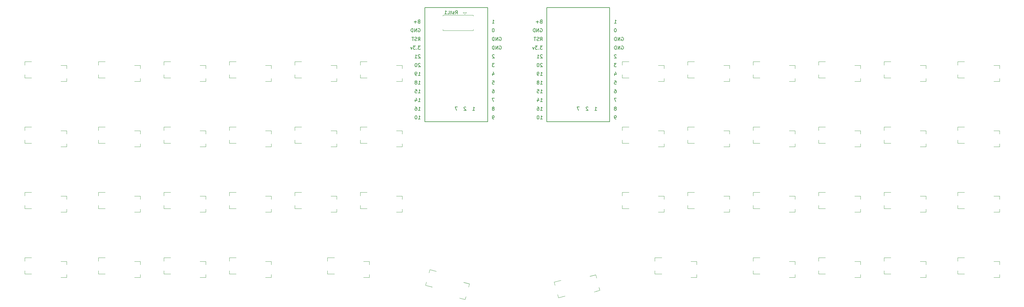
<source format=gbr>
%TF.GenerationSoftware,KiCad,Pcbnew,9.0.2+1*%
%TF.CreationDate,2025-09-15T00:12:34+02:00*%
%TF.ProjectId,first,66697273-742e-46b6-9963-61645f706362,rev?*%
%TF.SameCoordinates,Original*%
%TF.FileFunction,Legend,Bot*%
%TF.FilePolarity,Positive*%
%FSLAX46Y46*%
G04 Gerber Fmt 4.6, Leading zero omitted, Abs format (unit mm)*
G04 Created by KiCad (PCBNEW 9.0.2+1) date 2025-09-15 00:12:34*
%MOMM*%
%LPD*%
G01*
G04 APERTURE LIST*
%ADD10C,0.200000*%
%ADD11C,0.150000*%
%ADD12C,0.120000*%
G04 APERTURE END LIST*
D10*
X141933035Y131167780D02*
X142504463Y131167780D01*
X142218749Y131167780D02*
X142218749Y132167780D01*
X142218749Y132167780D02*
X142313987Y132024923D01*
X142313987Y132024923D02*
X142409225Y131929685D01*
X142409225Y131929685D02*
X142504463Y131882066D01*
X148096994Y128627780D02*
X147906518Y128627780D01*
X147906518Y128627780D02*
X147811280Y128675400D01*
X147811280Y128675400D02*
X147763661Y128723019D01*
X147763661Y128723019D02*
X147668423Y128865876D01*
X147668423Y128865876D02*
X147620804Y129056352D01*
X147620804Y129056352D02*
X147620804Y129437304D01*
X147620804Y129437304D02*
X147668423Y129532542D01*
X147668423Y129532542D02*
X147716042Y129580161D01*
X147716042Y129580161D02*
X147811280Y129627780D01*
X147811280Y129627780D02*
X148001756Y129627780D01*
X148001756Y129627780D02*
X148096994Y129580161D01*
X148096994Y129580161D02*
X148144613Y129532542D01*
X148144613Y129532542D02*
X148192232Y129437304D01*
X148192232Y129437304D02*
X148192232Y129199209D01*
X148192232Y129199209D02*
X148144613Y129103971D01*
X148144613Y129103971D02*
X148096994Y129056352D01*
X148096994Y129056352D02*
X148001756Y129008733D01*
X148001756Y129008733D02*
X147811280Y129008733D01*
X147811280Y129008733D02*
X147716042Y129056352D01*
X147716042Y129056352D02*
X147668423Y129103971D01*
X147668423Y129103971D02*
X147620804Y129199209D01*
X126085267Y138787780D02*
X126656695Y138787780D01*
X126370981Y138787780D02*
X126370981Y139787780D01*
X126370981Y139787780D02*
X126466219Y139644923D01*
X126466219Y139644923D02*
X126561457Y139549685D01*
X126561457Y139549685D02*
X126656695Y139502066D01*
X125513838Y139359209D02*
X125609076Y139406828D01*
X125609076Y139406828D02*
X125656695Y139454447D01*
X125656695Y139454447D02*
X125704314Y139549685D01*
X125704314Y139549685D02*
X125704314Y139597304D01*
X125704314Y139597304D02*
X125656695Y139692542D01*
X125656695Y139692542D02*
X125609076Y139740161D01*
X125609076Y139740161D02*
X125513838Y139787780D01*
X125513838Y139787780D02*
X125323362Y139787780D01*
X125323362Y139787780D02*
X125228124Y139740161D01*
X125228124Y139740161D02*
X125180505Y139692542D01*
X125180505Y139692542D02*
X125132886Y139597304D01*
X125132886Y139597304D02*
X125132886Y139549685D01*
X125132886Y139549685D02*
X125180505Y139454447D01*
X125180505Y139454447D02*
X125228124Y139406828D01*
X125228124Y139406828D02*
X125323362Y139359209D01*
X125323362Y139359209D02*
X125513838Y139359209D01*
X125513838Y139359209D02*
X125609076Y139311590D01*
X125609076Y139311590D02*
X125656695Y139263971D01*
X125656695Y139263971D02*
X125704314Y139168733D01*
X125704314Y139168733D02*
X125704314Y138978257D01*
X125704314Y138978257D02*
X125656695Y138883019D01*
X125656695Y138883019D02*
X125609076Y138835400D01*
X125609076Y138835400D02*
X125513838Y138787780D01*
X125513838Y138787780D02*
X125323362Y138787780D01*
X125323362Y138787780D02*
X125228124Y138835400D01*
X125228124Y138835400D02*
X125180505Y138883019D01*
X125180505Y138883019D02*
X125132886Y138978257D01*
X125132886Y138978257D02*
X125132886Y139168733D01*
X125132886Y139168733D02*
X125180505Y139263971D01*
X125180505Y139263971D02*
X125228124Y139311590D01*
X125228124Y139311590D02*
X125323362Y139359209D01*
X148239851Y134707780D02*
X147573185Y134707780D01*
X147573185Y134707780D02*
X148001756Y133707780D01*
X147668423Y139787780D02*
X148144613Y139787780D01*
X148144613Y139787780D02*
X148192232Y139311590D01*
X148192232Y139311590D02*
X148144613Y139359209D01*
X148144613Y139359209D02*
X148049375Y139406828D01*
X148049375Y139406828D02*
X147811280Y139406828D01*
X147811280Y139406828D02*
X147716042Y139359209D01*
X147716042Y139359209D02*
X147668423Y139311590D01*
X147668423Y139311590D02*
X147620804Y139216352D01*
X147620804Y139216352D02*
X147620804Y138978257D01*
X147620804Y138978257D02*
X147668423Y138883019D01*
X147668423Y138883019D02*
X147716042Y138835400D01*
X147716042Y138835400D02*
X147811280Y138787780D01*
X147811280Y138787780D02*
X148049375Y138787780D01*
X148049375Y138787780D02*
X148144613Y138835400D01*
X148144613Y138835400D02*
X148192232Y138883019D01*
X148192232Y147312542D02*
X148144613Y147360161D01*
X148144613Y147360161D02*
X148049375Y147407780D01*
X148049375Y147407780D02*
X147811280Y147407780D01*
X147811280Y147407780D02*
X147716042Y147360161D01*
X147716042Y147360161D02*
X147668423Y147312542D01*
X147668423Y147312542D02*
X147620804Y147217304D01*
X147620804Y147217304D02*
X147620804Y147122066D01*
X147620804Y147122066D02*
X147668423Y146979209D01*
X147668423Y146979209D02*
X148239851Y146407780D01*
X148239851Y146407780D02*
X147620804Y146407780D01*
X149716042Y149900161D02*
X149811280Y149947780D01*
X149811280Y149947780D02*
X149954137Y149947780D01*
X149954137Y149947780D02*
X150096994Y149900161D01*
X150096994Y149900161D02*
X150192232Y149804923D01*
X150192232Y149804923D02*
X150239851Y149709685D01*
X150239851Y149709685D02*
X150287470Y149519209D01*
X150287470Y149519209D02*
X150287470Y149376352D01*
X150287470Y149376352D02*
X150239851Y149185876D01*
X150239851Y149185876D02*
X150192232Y149090638D01*
X150192232Y149090638D02*
X150096994Y148995400D01*
X150096994Y148995400D02*
X149954137Y148947780D01*
X149954137Y148947780D02*
X149858899Y148947780D01*
X149858899Y148947780D02*
X149716042Y148995400D01*
X149716042Y148995400D02*
X149668423Y149043019D01*
X149668423Y149043019D02*
X149668423Y149376352D01*
X149668423Y149376352D02*
X149858899Y149376352D01*
X149239851Y148947780D02*
X149239851Y149947780D01*
X149239851Y149947780D02*
X148668423Y148947780D01*
X148668423Y148947780D02*
X148668423Y149947780D01*
X148192232Y148947780D02*
X148192232Y149947780D01*
X148192232Y149947780D02*
X147954137Y149947780D01*
X147954137Y149947780D02*
X147811280Y149900161D01*
X147811280Y149900161D02*
X147716042Y149804923D01*
X147716042Y149804923D02*
X147668423Y149709685D01*
X147668423Y149709685D02*
X147620804Y149519209D01*
X147620804Y149519209D02*
X147620804Y149376352D01*
X147620804Y149376352D02*
X147668423Y149185876D01*
X147668423Y149185876D02*
X147716042Y149090638D01*
X147716042Y149090638D02*
X147811280Y148995400D01*
X147811280Y148995400D02*
X147954137Y148947780D01*
X147954137Y148947780D02*
X148192232Y148947780D01*
X137472082Y132167782D02*
X136805416Y132167782D01*
X136805416Y132167782D02*
X137233987Y131167782D01*
X126275743Y157091590D02*
X126132886Y157043971D01*
X126132886Y157043971D02*
X126085267Y156996352D01*
X126085267Y156996352D02*
X126037648Y156901114D01*
X126037648Y156901114D02*
X126037648Y156758257D01*
X126037648Y156758257D02*
X126085267Y156663019D01*
X126085267Y156663019D02*
X126132886Y156615400D01*
X126132886Y156615400D02*
X126228124Y156567780D01*
X126228124Y156567780D02*
X126609076Y156567780D01*
X126609076Y156567780D02*
X126609076Y157567780D01*
X126609076Y157567780D02*
X126275743Y157567780D01*
X126275743Y157567780D02*
X126180505Y157520161D01*
X126180505Y157520161D02*
X126132886Y157472542D01*
X126132886Y157472542D02*
X126085267Y157377304D01*
X126085267Y157377304D02*
X126085267Y157282066D01*
X126085267Y157282066D02*
X126132886Y157186828D01*
X126132886Y157186828D02*
X126180505Y157139209D01*
X126180505Y157139209D02*
X126275743Y157091590D01*
X126275743Y157091590D02*
X126609076Y157091590D01*
X125609076Y156948733D02*
X124847172Y156948733D01*
X125228124Y156567780D02*
X125228124Y157329685D01*
X126704314Y149947780D02*
X126085267Y149947780D01*
X126085267Y149947780D02*
X126418600Y149566828D01*
X126418600Y149566828D02*
X126275743Y149566828D01*
X126275743Y149566828D02*
X126180505Y149519209D01*
X126180505Y149519209D02*
X126132886Y149471590D01*
X126132886Y149471590D02*
X126085267Y149376352D01*
X126085267Y149376352D02*
X126085267Y149138257D01*
X126085267Y149138257D02*
X126132886Y149043019D01*
X126132886Y149043019D02*
X126180505Y148995400D01*
X126180505Y148995400D02*
X126275743Y148947780D01*
X126275743Y148947780D02*
X126561457Y148947780D01*
X126561457Y148947780D02*
X126656695Y148995400D01*
X126656695Y148995400D02*
X126704314Y149043019D01*
X125656695Y149043019D02*
X125609076Y148995400D01*
X125609076Y148995400D02*
X125656695Y148947780D01*
X125656695Y148947780D02*
X125704314Y148995400D01*
X125704314Y148995400D02*
X125656695Y149043019D01*
X125656695Y149043019D02*
X125656695Y148947780D01*
X125275743Y149947780D02*
X124656696Y149947780D01*
X124656696Y149947780D02*
X124990029Y149566828D01*
X124990029Y149566828D02*
X124847172Y149566828D01*
X124847172Y149566828D02*
X124751934Y149519209D01*
X124751934Y149519209D02*
X124704315Y149471590D01*
X124704315Y149471590D02*
X124656696Y149376352D01*
X124656696Y149376352D02*
X124656696Y149138257D01*
X124656696Y149138257D02*
X124704315Y149043019D01*
X124704315Y149043019D02*
X124751934Y148995400D01*
X124751934Y148995400D02*
X124847172Y148947780D01*
X124847172Y148947780D02*
X125132886Y148947780D01*
X125132886Y148947780D02*
X125228124Y148995400D01*
X125228124Y148995400D02*
X125275743Y149043019D01*
X124323362Y149614447D02*
X124085267Y148947780D01*
X124085267Y148947780D02*
X123847172Y149614447D01*
X147716042Y141994447D02*
X147716042Y141327780D01*
X147954137Y142375400D02*
X148192232Y141661114D01*
X148192232Y141661114D02*
X147573185Y141661114D01*
X149716042Y152440161D02*
X149811280Y152487780D01*
X149811280Y152487780D02*
X149954137Y152487780D01*
X149954137Y152487780D02*
X150096994Y152440161D01*
X150096994Y152440161D02*
X150192232Y152344923D01*
X150192232Y152344923D02*
X150239851Y152249685D01*
X150239851Y152249685D02*
X150287470Y152059209D01*
X150287470Y152059209D02*
X150287470Y151916352D01*
X150287470Y151916352D02*
X150239851Y151725876D01*
X150239851Y151725876D02*
X150192232Y151630638D01*
X150192232Y151630638D02*
X150096994Y151535400D01*
X150096994Y151535400D02*
X149954137Y151487780D01*
X149954137Y151487780D02*
X149858899Y151487780D01*
X149858899Y151487780D02*
X149716042Y151535400D01*
X149716042Y151535400D02*
X149668423Y151583019D01*
X149668423Y151583019D02*
X149668423Y151916352D01*
X149668423Y151916352D02*
X149858899Y151916352D01*
X149239851Y151487780D02*
X149239851Y152487780D01*
X149239851Y152487780D02*
X148668423Y151487780D01*
X148668423Y151487780D02*
X148668423Y152487780D01*
X148192232Y151487780D02*
X148192232Y152487780D01*
X148192232Y152487780D02*
X147954137Y152487780D01*
X147954137Y152487780D02*
X147811280Y152440161D01*
X147811280Y152440161D02*
X147716042Y152344923D01*
X147716042Y152344923D02*
X147668423Y152249685D01*
X147668423Y152249685D02*
X147620804Y152059209D01*
X147620804Y152059209D02*
X147620804Y151916352D01*
X147620804Y151916352D02*
X147668423Y151725876D01*
X147668423Y151725876D02*
X147716042Y151630638D01*
X147716042Y151630638D02*
X147811280Y151535400D01*
X147811280Y151535400D02*
X147954137Y151487780D01*
X147954137Y151487780D02*
X148192232Y151487780D01*
X126037648Y151487780D02*
X126370981Y151963971D01*
X126609076Y151487780D02*
X126609076Y152487780D01*
X126609076Y152487780D02*
X126228124Y152487780D01*
X126228124Y152487780D02*
X126132886Y152440161D01*
X126132886Y152440161D02*
X126085267Y152392542D01*
X126085267Y152392542D02*
X126037648Y152297304D01*
X126037648Y152297304D02*
X126037648Y152154447D01*
X126037648Y152154447D02*
X126085267Y152059209D01*
X126085267Y152059209D02*
X126132886Y152011590D01*
X126132886Y152011590D02*
X126228124Y151963971D01*
X126228124Y151963971D02*
X126609076Y151963971D01*
X125656695Y151535400D02*
X125513838Y151487780D01*
X125513838Y151487780D02*
X125275743Y151487780D01*
X125275743Y151487780D02*
X125180505Y151535400D01*
X125180505Y151535400D02*
X125132886Y151583019D01*
X125132886Y151583019D02*
X125085267Y151678257D01*
X125085267Y151678257D02*
X125085267Y151773495D01*
X125085267Y151773495D02*
X125132886Y151868733D01*
X125132886Y151868733D02*
X125180505Y151916352D01*
X125180505Y151916352D02*
X125275743Y151963971D01*
X125275743Y151963971D02*
X125466219Y152011590D01*
X125466219Y152011590D02*
X125561457Y152059209D01*
X125561457Y152059209D02*
X125609076Y152106828D01*
X125609076Y152106828D02*
X125656695Y152202066D01*
X125656695Y152202066D02*
X125656695Y152297304D01*
X125656695Y152297304D02*
X125609076Y152392542D01*
X125609076Y152392542D02*
X125561457Y152440161D01*
X125561457Y152440161D02*
X125466219Y152487780D01*
X125466219Y152487780D02*
X125228124Y152487780D01*
X125228124Y152487780D02*
X125085267Y152440161D01*
X124799552Y152487780D02*
X124228124Y152487780D01*
X124513838Y151487780D02*
X124513838Y152487780D01*
X148239851Y144867780D02*
X147620804Y144867780D01*
X147620804Y144867780D02*
X147954137Y144486828D01*
X147954137Y144486828D02*
X147811280Y144486828D01*
X147811280Y144486828D02*
X147716042Y144439209D01*
X147716042Y144439209D02*
X147668423Y144391590D01*
X147668423Y144391590D02*
X147620804Y144296352D01*
X147620804Y144296352D02*
X147620804Y144058257D01*
X147620804Y144058257D02*
X147668423Y143963019D01*
X147668423Y143963019D02*
X147716042Y143915400D01*
X147716042Y143915400D02*
X147811280Y143867780D01*
X147811280Y143867780D02*
X148096994Y143867780D01*
X148096994Y143867780D02*
X148192232Y143915400D01*
X148192232Y143915400D02*
X148239851Y143963019D01*
X126085267Y128627780D02*
X126656695Y128627780D01*
X126370981Y128627780D02*
X126370981Y129627780D01*
X126370981Y129627780D02*
X126466219Y129484923D01*
X126466219Y129484923D02*
X126561457Y129389685D01*
X126561457Y129389685D02*
X126656695Y129342066D01*
X125466219Y129627780D02*
X125370981Y129627780D01*
X125370981Y129627780D02*
X125275743Y129580161D01*
X125275743Y129580161D02*
X125228124Y129532542D01*
X125228124Y129532542D02*
X125180505Y129437304D01*
X125180505Y129437304D02*
X125132886Y129246828D01*
X125132886Y129246828D02*
X125132886Y129008733D01*
X125132886Y129008733D02*
X125180505Y128818257D01*
X125180505Y128818257D02*
X125228124Y128723019D01*
X125228124Y128723019D02*
X125275743Y128675400D01*
X125275743Y128675400D02*
X125370981Y128627780D01*
X125370981Y128627780D02*
X125466219Y128627780D01*
X125466219Y128627780D02*
X125561457Y128675400D01*
X125561457Y128675400D02*
X125609076Y128723019D01*
X125609076Y128723019D02*
X125656695Y128818257D01*
X125656695Y128818257D02*
X125704314Y129008733D01*
X125704314Y129008733D02*
X125704314Y129246828D01*
X125704314Y129246828D02*
X125656695Y129437304D01*
X125656695Y129437304D02*
X125609076Y129532542D01*
X125609076Y129532542D02*
X125561457Y129580161D01*
X125561457Y129580161D02*
X125466219Y129627780D01*
X126085267Y133707780D02*
X126656695Y133707780D01*
X126370981Y133707780D02*
X126370981Y134707780D01*
X126370981Y134707780D02*
X126466219Y134564923D01*
X126466219Y134564923D02*
X126561457Y134469685D01*
X126561457Y134469685D02*
X126656695Y134422066D01*
X125228124Y134374447D02*
X125228124Y133707780D01*
X125466219Y134755400D02*
X125704314Y134041114D01*
X125704314Y134041114D02*
X125085267Y134041114D01*
X147954137Y155027780D02*
X147858899Y155027780D01*
X147858899Y155027780D02*
X147763661Y154980161D01*
X147763661Y154980161D02*
X147716042Y154932542D01*
X147716042Y154932542D02*
X147668423Y154837304D01*
X147668423Y154837304D02*
X147620804Y154646828D01*
X147620804Y154646828D02*
X147620804Y154408733D01*
X147620804Y154408733D02*
X147668423Y154218257D01*
X147668423Y154218257D02*
X147716042Y154123019D01*
X147716042Y154123019D02*
X147763661Y154075400D01*
X147763661Y154075400D02*
X147858899Y154027780D01*
X147858899Y154027780D02*
X147954137Y154027780D01*
X147954137Y154027780D02*
X148049375Y154075400D01*
X148049375Y154075400D02*
X148096994Y154123019D01*
X148096994Y154123019D02*
X148144613Y154218257D01*
X148144613Y154218257D02*
X148192232Y154408733D01*
X148192232Y154408733D02*
X148192232Y154646828D01*
X148192232Y154646828D02*
X148144613Y154837304D01*
X148144613Y154837304D02*
X148096994Y154932542D01*
X148096994Y154932542D02*
X148049375Y154980161D01*
X148049375Y154980161D02*
X147954137Y155027780D01*
X148001756Y131739209D02*
X148096994Y131786828D01*
X148096994Y131786828D02*
X148144613Y131834447D01*
X148144613Y131834447D02*
X148192232Y131929685D01*
X148192232Y131929685D02*
X148192232Y131977304D01*
X148192232Y131977304D02*
X148144613Y132072542D01*
X148144613Y132072542D02*
X148096994Y132120161D01*
X148096994Y132120161D02*
X148001756Y132167780D01*
X148001756Y132167780D02*
X147811280Y132167780D01*
X147811280Y132167780D02*
X147716042Y132120161D01*
X147716042Y132120161D02*
X147668423Y132072542D01*
X147668423Y132072542D02*
X147620804Y131977304D01*
X147620804Y131977304D02*
X147620804Y131929685D01*
X147620804Y131929685D02*
X147668423Y131834447D01*
X147668423Y131834447D02*
X147716042Y131786828D01*
X147716042Y131786828D02*
X147811280Y131739209D01*
X147811280Y131739209D02*
X148001756Y131739209D01*
X148001756Y131739209D02*
X148096994Y131691590D01*
X148096994Y131691590D02*
X148144613Y131643971D01*
X148144613Y131643971D02*
X148192232Y131548733D01*
X148192232Y131548733D02*
X148192232Y131358257D01*
X148192232Y131358257D02*
X148144613Y131263019D01*
X148144613Y131263019D02*
X148096994Y131215400D01*
X148096994Y131215400D02*
X148001756Y131167780D01*
X148001756Y131167780D02*
X147811280Y131167780D01*
X147811280Y131167780D02*
X147716042Y131215400D01*
X147716042Y131215400D02*
X147668423Y131263019D01*
X147668423Y131263019D02*
X147620804Y131358257D01*
X147620804Y131358257D02*
X147620804Y131548733D01*
X147620804Y131548733D02*
X147668423Y131643971D01*
X147668423Y131643971D02*
X147716042Y131691590D01*
X147716042Y131691590D02*
X147811280Y131739209D01*
X126085267Y154980161D02*
X126180505Y155027780D01*
X126180505Y155027780D02*
X126323362Y155027780D01*
X126323362Y155027780D02*
X126466219Y154980161D01*
X126466219Y154980161D02*
X126561457Y154884923D01*
X126561457Y154884923D02*
X126609076Y154789685D01*
X126609076Y154789685D02*
X126656695Y154599209D01*
X126656695Y154599209D02*
X126656695Y154456352D01*
X126656695Y154456352D02*
X126609076Y154265876D01*
X126609076Y154265876D02*
X126561457Y154170638D01*
X126561457Y154170638D02*
X126466219Y154075400D01*
X126466219Y154075400D02*
X126323362Y154027780D01*
X126323362Y154027780D02*
X126228124Y154027780D01*
X126228124Y154027780D02*
X126085267Y154075400D01*
X126085267Y154075400D02*
X126037648Y154123019D01*
X126037648Y154123019D02*
X126037648Y154456352D01*
X126037648Y154456352D02*
X126228124Y154456352D01*
X125609076Y154027780D02*
X125609076Y155027780D01*
X125609076Y155027780D02*
X125037648Y154027780D01*
X125037648Y154027780D02*
X125037648Y155027780D01*
X124561457Y154027780D02*
X124561457Y155027780D01*
X124561457Y155027780D02*
X124323362Y155027780D01*
X124323362Y155027780D02*
X124180505Y154980161D01*
X124180505Y154980161D02*
X124085267Y154884923D01*
X124085267Y154884923D02*
X124037648Y154789685D01*
X124037648Y154789685D02*
X123990029Y154599209D01*
X123990029Y154599209D02*
X123990029Y154456352D01*
X123990029Y154456352D02*
X124037648Y154265876D01*
X124037648Y154265876D02*
X124085267Y154170638D01*
X124085267Y154170638D02*
X124180505Y154075400D01*
X124180505Y154075400D02*
X124323362Y154027780D01*
X124323362Y154027780D02*
X124561457Y154027780D01*
X126085267Y141327780D02*
X126656695Y141327780D01*
X126370981Y141327780D02*
X126370981Y142327780D01*
X126370981Y142327780D02*
X126466219Y142184923D01*
X126466219Y142184923D02*
X126561457Y142089685D01*
X126561457Y142089685D02*
X126656695Y142042066D01*
X125609076Y141327780D02*
X125418600Y141327780D01*
X125418600Y141327780D02*
X125323362Y141375400D01*
X125323362Y141375400D02*
X125275743Y141423019D01*
X125275743Y141423019D02*
X125180505Y141565876D01*
X125180505Y141565876D02*
X125132886Y141756352D01*
X125132886Y141756352D02*
X125132886Y142137304D01*
X125132886Y142137304D02*
X125180505Y142232542D01*
X125180505Y142232542D02*
X125228124Y142280161D01*
X125228124Y142280161D02*
X125323362Y142327780D01*
X125323362Y142327780D02*
X125513838Y142327780D01*
X125513838Y142327780D02*
X125609076Y142280161D01*
X125609076Y142280161D02*
X125656695Y142232542D01*
X125656695Y142232542D02*
X125704314Y142137304D01*
X125704314Y142137304D02*
X125704314Y141899209D01*
X125704314Y141899209D02*
X125656695Y141803971D01*
X125656695Y141803971D02*
X125609076Y141756352D01*
X125609076Y141756352D02*
X125513838Y141708733D01*
X125513838Y141708733D02*
X125323362Y141708733D01*
X125323362Y141708733D02*
X125228124Y141756352D01*
X125228124Y141756352D02*
X125180505Y141803971D01*
X125180505Y141803971D02*
X125132886Y141899209D01*
X147716042Y137247780D02*
X147906518Y137247780D01*
X147906518Y137247780D02*
X148001756Y137200161D01*
X148001756Y137200161D02*
X148049375Y137152542D01*
X148049375Y137152542D02*
X148144613Y137009685D01*
X148144613Y137009685D02*
X148192232Y136819209D01*
X148192232Y136819209D02*
X148192232Y136438257D01*
X148192232Y136438257D02*
X148144613Y136343019D01*
X148144613Y136343019D02*
X148096994Y136295400D01*
X148096994Y136295400D02*
X148001756Y136247780D01*
X148001756Y136247780D02*
X147811280Y136247780D01*
X147811280Y136247780D02*
X147716042Y136295400D01*
X147716042Y136295400D02*
X147668423Y136343019D01*
X147668423Y136343019D02*
X147620804Y136438257D01*
X147620804Y136438257D02*
X147620804Y136676352D01*
X147620804Y136676352D02*
X147668423Y136771590D01*
X147668423Y136771590D02*
X147716042Y136819209D01*
X147716042Y136819209D02*
X147811280Y136866828D01*
X147811280Y136866828D02*
X148001756Y136866828D01*
X148001756Y136866828D02*
X148096994Y136819209D01*
X148096994Y136819209D02*
X148144613Y136771590D01*
X148144613Y136771590D02*
X148192232Y136676352D01*
X139964463Y132072542D02*
X139916844Y132120161D01*
X139916844Y132120161D02*
X139821606Y132167780D01*
X139821606Y132167780D02*
X139583511Y132167780D01*
X139583511Y132167780D02*
X139488273Y132120161D01*
X139488273Y132120161D02*
X139440654Y132072542D01*
X139440654Y132072542D02*
X139393035Y131977304D01*
X139393035Y131977304D02*
X139393035Y131882066D01*
X139393035Y131882066D02*
X139440654Y131739209D01*
X139440654Y131739209D02*
X140012082Y131167780D01*
X140012082Y131167780D02*
X139393035Y131167780D01*
X126656695Y147312542D02*
X126609076Y147360161D01*
X126609076Y147360161D02*
X126513838Y147407780D01*
X126513838Y147407780D02*
X126275743Y147407780D01*
X126275743Y147407780D02*
X126180505Y147360161D01*
X126180505Y147360161D02*
X126132886Y147312542D01*
X126132886Y147312542D02*
X126085267Y147217304D01*
X126085267Y147217304D02*
X126085267Y147122066D01*
X126085267Y147122066D02*
X126132886Y146979209D01*
X126132886Y146979209D02*
X126704314Y146407780D01*
X126704314Y146407780D02*
X126085267Y146407780D01*
X125132886Y146407780D02*
X125704314Y146407780D01*
X125418600Y146407780D02*
X125418600Y147407780D01*
X125418600Y147407780D02*
X125513838Y147264923D01*
X125513838Y147264923D02*
X125609076Y147169685D01*
X125609076Y147169685D02*
X125704314Y147122066D01*
X126656695Y144772542D02*
X126609076Y144820161D01*
X126609076Y144820161D02*
X126513838Y144867780D01*
X126513838Y144867780D02*
X126275743Y144867780D01*
X126275743Y144867780D02*
X126180505Y144820161D01*
X126180505Y144820161D02*
X126132886Y144772542D01*
X126132886Y144772542D02*
X126085267Y144677304D01*
X126085267Y144677304D02*
X126085267Y144582066D01*
X126085267Y144582066D02*
X126132886Y144439209D01*
X126132886Y144439209D02*
X126704314Y143867780D01*
X126704314Y143867780D02*
X126085267Y143867780D01*
X125466219Y144867780D02*
X125370981Y144867780D01*
X125370981Y144867780D02*
X125275743Y144820161D01*
X125275743Y144820161D02*
X125228124Y144772542D01*
X125228124Y144772542D02*
X125180505Y144677304D01*
X125180505Y144677304D02*
X125132886Y144486828D01*
X125132886Y144486828D02*
X125132886Y144248733D01*
X125132886Y144248733D02*
X125180505Y144058257D01*
X125180505Y144058257D02*
X125228124Y143963019D01*
X125228124Y143963019D02*
X125275743Y143915400D01*
X125275743Y143915400D02*
X125370981Y143867780D01*
X125370981Y143867780D02*
X125466219Y143867780D01*
X125466219Y143867780D02*
X125561457Y143915400D01*
X125561457Y143915400D02*
X125609076Y143963019D01*
X125609076Y143963019D02*
X125656695Y144058257D01*
X125656695Y144058257D02*
X125704314Y144248733D01*
X125704314Y144248733D02*
X125704314Y144486828D01*
X125704314Y144486828D02*
X125656695Y144677304D01*
X125656695Y144677304D02*
X125609076Y144772542D01*
X125609076Y144772542D02*
X125561457Y144820161D01*
X125561457Y144820161D02*
X125466219Y144867780D01*
X126085267Y136247780D02*
X126656695Y136247780D01*
X126370981Y136247780D02*
X126370981Y137247780D01*
X126370981Y137247780D02*
X126466219Y137104923D01*
X126466219Y137104923D02*
X126561457Y137009685D01*
X126561457Y137009685D02*
X126656695Y136962066D01*
X125180505Y137247780D02*
X125656695Y137247780D01*
X125656695Y137247780D02*
X125704314Y136771590D01*
X125704314Y136771590D02*
X125656695Y136819209D01*
X125656695Y136819209D02*
X125561457Y136866828D01*
X125561457Y136866828D02*
X125323362Y136866828D01*
X125323362Y136866828D02*
X125228124Y136819209D01*
X125228124Y136819209D02*
X125180505Y136771590D01*
X125180505Y136771590D02*
X125132886Y136676352D01*
X125132886Y136676352D02*
X125132886Y136438257D01*
X125132886Y136438257D02*
X125180505Y136343019D01*
X125180505Y136343019D02*
X125228124Y136295400D01*
X125228124Y136295400D02*
X125323362Y136247780D01*
X125323362Y136247780D02*
X125561457Y136247780D01*
X125561457Y136247780D02*
X125656695Y136295400D01*
X125656695Y136295400D02*
X125704314Y136343019D01*
X126085267Y131167780D02*
X126656695Y131167780D01*
X126370981Y131167780D02*
X126370981Y132167780D01*
X126370981Y132167780D02*
X126466219Y132024923D01*
X126466219Y132024923D02*
X126561457Y131929685D01*
X126561457Y131929685D02*
X126656695Y131882066D01*
X125228124Y132167780D02*
X125418600Y132167780D01*
X125418600Y132167780D02*
X125513838Y132120161D01*
X125513838Y132120161D02*
X125561457Y132072542D01*
X125561457Y132072542D02*
X125656695Y131929685D01*
X125656695Y131929685D02*
X125704314Y131739209D01*
X125704314Y131739209D02*
X125704314Y131358257D01*
X125704314Y131358257D02*
X125656695Y131263019D01*
X125656695Y131263019D02*
X125609076Y131215400D01*
X125609076Y131215400D02*
X125513838Y131167780D01*
X125513838Y131167780D02*
X125323362Y131167780D01*
X125323362Y131167780D02*
X125228124Y131215400D01*
X125228124Y131215400D02*
X125180505Y131263019D01*
X125180505Y131263019D02*
X125132886Y131358257D01*
X125132886Y131358257D02*
X125132886Y131596352D01*
X125132886Y131596352D02*
X125180505Y131691590D01*
X125180505Y131691590D02*
X125228124Y131739209D01*
X125228124Y131739209D02*
X125323362Y131786828D01*
X125323362Y131786828D02*
X125513838Y131786828D01*
X125513838Y131786828D02*
X125609076Y131739209D01*
X125609076Y131739209D02*
X125656695Y131691590D01*
X125656695Y131691590D02*
X125704314Y131596352D01*
X147620804Y156567780D02*
X148192232Y156567780D01*
X147906518Y156567780D02*
X147906518Y157567780D01*
X147906518Y157567780D02*
X148001756Y157424923D01*
X148001756Y157424923D02*
X148096994Y157329685D01*
X148096994Y157329685D02*
X148192232Y157282066D01*
D11*
X136910655Y159215180D02*
X137243988Y159691371D01*
X137482083Y159215180D02*
X137482083Y160215180D01*
X137482083Y160215180D02*
X137101131Y160215180D01*
X137101131Y160215180D02*
X137005893Y160167561D01*
X137005893Y160167561D02*
X136958274Y160119942D01*
X136958274Y160119942D02*
X136910655Y160024704D01*
X136910655Y160024704D02*
X136910655Y159881847D01*
X136910655Y159881847D02*
X136958274Y159786609D01*
X136958274Y159786609D02*
X137005893Y159738990D01*
X137005893Y159738990D02*
X137101131Y159691371D01*
X137101131Y159691371D02*
X137482083Y159691371D01*
X136529702Y159262800D02*
X136434464Y159215180D01*
X136434464Y159215180D02*
X136243988Y159215180D01*
X136243988Y159215180D02*
X136148750Y159262800D01*
X136148750Y159262800D02*
X136101131Y159358038D01*
X136101131Y159358038D02*
X136101131Y159405657D01*
X136101131Y159405657D02*
X136148750Y159500895D01*
X136148750Y159500895D02*
X136243988Y159548514D01*
X136243988Y159548514D02*
X136386845Y159548514D01*
X136386845Y159548514D02*
X136482083Y159596133D01*
X136482083Y159596133D02*
X136529702Y159691371D01*
X136529702Y159691371D02*
X136529702Y159738990D01*
X136529702Y159738990D02*
X136482083Y159834228D01*
X136482083Y159834228D02*
X136386845Y159881847D01*
X136386845Y159881847D02*
X136243988Y159881847D01*
X136243988Y159881847D02*
X136148750Y159834228D01*
X135815416Y159881847D02*
X135434464Y159881847D01*
X135672559Y160215180D02*
X135672559Y159358038D01*
X135672559Y159358038D02*
X135624940Y159262800D01*
X135624940Y159262800D02*
X135529702Y159215180D01*
X135529702Y159215180D02*
X135434464Y159215180D01*
X134624940Y159215180D02*
X135101130Y159215180D01*
X135101130Y159215180D02*
X135101130Y160215180D01*
X133767797Y159215180D02*
X134339225Y159215180D01*
X134053511Y159215180D02*
X134053511Y160215180D01*
X134053511Y160215180D02*
X134148749Y160072323D01*
X134148749Y160072323D02*
X134243987Y159977085D01*
X134243987Y159977085D02*
X134339225Y159929466D01*
D10*
X161562648Y151487780D02*
X161895981Y151963971D01*
X162134076Y151487780D02*
X162134076Y152487780D01*
X162134076Y152487780D02*
X161753124Y152487780D01*
X161753124Y152487780D02*
X161657886Y152440161D01*
X161657886Y152440161D02*
X161610267Y152392542D01*
X161610267Y152392542D02*
X161562648Y152297304D01*
X161562648Y152297304D02*
X161562648Y152154447D01*
X161562648Y152154447D02*
X161610267Y152059209D01*
X161610267Y152059209D02*
X161657886Y152011590D01*
X161657886Y152011590D02*
X161753124Y151963971D01*
X161753124Y151963971D02*
X162134076Y151963971D01*
X161181695Y151535400D02*
X161038838Y151487780D01*
X161038838Y151487780D02*
X160800743Y151487780D01*
X160800743Y151487780D02*
X160705505Y151535400D01*
X160705505Y151535400D02*
X160657886Y151583019D01*
X160657886Y151583019D02*
X160610267Y151678257D01*
X160610267Y151678257D02*
X160610267Y151773495D01*
X160610267Y151773495D02*
X160657886Y151868733D01*
X160657886Y151868733D02*
X160705505Y151916352D01*
X160705505Y151916352D02*
X160800743Y151963971D01*
X160800743Y151963971D02*
X160991219Y152011590D01*
X160991219Y152011590D02*
X161086457Y152059209D01*
X161086457Y152059209D02*
X161134076Y152106828D01*
X161134076Y152106828D02*
X161181695Y152202066D01*
X161181695Y152202066D02*
X161181695Y152297304D01*
X161181695Y152297304D02*
X161134076Y152392542D01*
X161134076Y152392542D02*
X161086457Y152440161D01*
X161086457Y152440161D02*
X160991219Y152487780D01*
X160991219Y152487780D02*
X160753124Y152487780D01*
X160753124Y152487780D02*
X160610267Y152440161D01*
X160324552Y152487780D02*
X159753124Y152487780D01*
X160038838Y151487780D02*
X160038838Y152487780D01*
X161610267Y141327780D02*
X162181695Y141327780D01*
X161895981Y141327780D02*
X161895981Y142327780D01*
X161895981Y142327780D02*
X161991219Y142184923D01*
X161991219Y142184923D02*
X162086457Y142089685D01*
X162086457Y142089685D02*
X162181695Y142042066D01*
X161134076Y141327780D02*
X160943600Y141327780D01*
X160943600Y141327780D02*
X160848362Y141375400D01*
X160848362Y141375400D02*
X160800743Y141423019D01*
X160800743Y141423019D02*
X160705505Y141565876D01*
X160705505Y141565876D02*
X160657886Y141756352D01*
X160657886Y141756352D02*
X160657886Y142137304D01*
X160657886Y142137304D02*
X160705505Y142232542D01*
X160705505Y142232542D02*
X160753124Y142280161D01*
X160753124Y142280161D02*
X160848362Y142327780D01*
X160848362Y142327780D02*
X161038838Y142327780D01*
X161038838Y142327780D02*
X161134076Y142280161D01*
X161134076Y142280161D02*
X161181695Y142232542D01*
X161181695Y142232542D02*
X161229314Y142137304D01*
X161229314Y142137304D02*
X161229314Y141899209D01*
X161229314Y141899209D02*
X161181695Y141803971D01*
X161181695Y141803971D02*
X161134076Y141756352D01*
X161134076Y141756352D02*
X161038838Y141708733D01*
X161038838Y141708733D02*
X160848362Y141708733D01*
X160848362Y141708733D02*
X160753124Y141756352D01*
X160753124Y141756352D02*
X160705505Y141803971D01*
X160705505Y141803971D02*
X160657886Y141899209D01*
X175489463Y132072542D02*
X175441844Y132120161D01*
X175441844Y132120161D02*
X175346606Y132167780D01*
X175346606Y132167780D02*
X175108511Y132167780D01*
X175108511Y132167780D02*
X175013273Y132120161D01*
X175013273Y132120161D02*
X174965654Y132072542D01*
X174965654Y132072542D02*
X174918035Y131977304D01*
X174918035Y131977304D02*
X174918035Y131882066D01*
X174918035Y131882066D02*
X174965654Y131739209D01*
X174965654Y131739209D02*
X175537082Y131167780D01*
X175537082Y131167780D02*
X174918035Y131167780D01*
X162229314Y149947780D02*
X161610267Y149947780D01*
X161610267Y149947780D02*
X161943600Y149566828D01*
X161943600Y149566828D02*
X161800743Y149566828D01*
X161800743Y149566828D02*
X161705505Y149519209D01*
X161705505Y149519209D02*
X161657886Y149471590D01*
X161657886Y149471590D02*
X161610267Y149376352D01*
X161610267Y149376352D02*
X161610267Y149138257D01*
X161610267Y149138257D02*
X161657886Y149043019D01*
X161657886Y149043019D02*
X161705505Y148995400D01*
X161705505Y148995400D02*
X161800743Y148947780D01*
X161800743Y148947780D02*
X162086457Y148947780D01*
X162086457Y148947780D02*
X162181695Y148995400D01*
X162181695Y148995400D02*
X162229314Y149043019D01*
X161181695Y149043019D02*
X161134076Y148995400D01*
X161134076Y148995400D02*
X161181695Y148947780D01*
X161181695Y148947780D02*
X161229314Y148995400D01*
X161229314Y148995400D02*
X161181695Y149043019D01*
X161181695Y149043019D02*
X161181695Y148947780D01*
X160800743Y149947780D02*
X160181696Y149947780D01*
X160181696Y149947780D02*
X160515029Y149566828D01*
X160515029Y149566828D02*
X160372172Y149566828D01*
X160372172Y149566828D02*
X160276934Y149519209D01*
X160276934Y149519209D02*
X160229315Y149471590D01*
X160229315Y149471590D02*
X160181696Y149376352D01*
X160181696Y149376352D02*
X160181696Y149138257D01*
X160181696Y149138257D02*
X160229315Y149043019D01*
X160229315Y149043019D02*
X160276934Y148995400D01*
X160276934Y148995400D02*
X160372172Y148947780D01*
X160372172Y148947780D02*
X160657886Y148947780D01*
X160657886Y148947780D02*
X160753124Y148995400D01*
X160753124Y148995400D02*
X160800743Y149043019D01*
X159848362Y149614447D02*
X159610267Y148947780D01*
X159610267Y148947780D02*
X159372172Y149614447D01*
X183145804Y156567780D02*
X183717232Y156567780D01*
X183431518Y156567780D02*
X183431518Y157567780D01*
X183431518Y157567780D02*
X183526756Y157424923D01*
X183526756Y157424923D02*
X183621994Y157329685D01*
X183621994Y157329685D02*
X183717232Y157282066D01*
X183717232Y147312542D02*
X183669613Y147360161D01*
X183669613Y147360161D02*
X183574375Y147407780D01*
X183574375Y147407780D02*
X183336280Y147407780D01*
X183336280Y147407780D02*
X183241042Y147360161D01*
X183241042Y147360161D02*
X183193423Y147312542D01*
X183193423Y147312542D02*
X183145804Y147217304D01*
X183145804Y147217304D02*
X183145804Y147122066D01*
X183145804Y147122066D02*
X183193423Y146979209D01*
X183193423Y146979209D02*
X183764851Y146407780D01*
X183764851Y146407780D02*
X183145804Y146407780D01*
X161610267Y133707780D02*
X162181695Y133707780D01*
X161895981Y133707780D02*
X161895981Y134707780D01*
X161895981Y134707780D02*
X161991219Y134564923D01*
X161991219Y134564923D02*
X162086457Y134469685D01*
X162086457Y134469685D02*
X162181695Y134422066D01*
X160753124Y134374447D02*
X160753124Y133707780D01*
X160991219Y134755400D02*
X161229314Y134041114D01*
X161229314Y134041114D02*
X160610267Y134041114D01*
X183479137Y155027780D02*
X183383899Y155027780D01*
X183383899Y155027780D02*
X183288661Y154980161D01*
X183288661Y154980161D02*
X183241042Y154932542D01*
X183241042Y154932542D02*
X183193423Y154837304D01*
X183193423Y154837304D02*
X183145804Y154646828D01*
X183145804Y154646828D02*
X183145804Y154408733D01*
X183145804Y154408733D02*
X183193423Y154218257D01*
X183193423Y154218257D02*
X183241042Y154123019D01*
X183241042Y154123019D02*
X183288661Y154075400D01*
X183288661Y154075400D02*
X183383899Y154027780D01*
X183383899Y154027780D02*
X183479137Y154027780D01*
X183479137Y154027780D02*
X183574375Y154075400D01*
X183574375Y154075400D02*
X183621994Y154123019D01*
X183621994Y154123019D02*
X183669613Y154218257D01*
X183669613Y154218257D02*
X183717232Y154408733D01*
X183717232Y154408733D02*
X183717232Y154646828D01*
X183717232Y154646828D02*
X183669613Y154837304D01*
X183669613Y154837304D02*
X183621994Y154932542D01*
X183621994Y154932542D02*
X183574375Y154980161D01*
X183574375Y154980161D02*
X183479137Y155027780D01*
X185241042Y149900161D02*
X185336280Y149947780D01*
X185336280Y149947780D02*
X185479137Y149947780D01*
X185479137Y149947780D02*
X185621994Y149900161D01*
X185621994Y149900161D02*
X185717232Y149804923D01*
X185717232Y149804923D02*
X185764851Y149709685D01*
X185764851Y149709685D02*
X185812470Y149519209D01*
X185812470Y149519209D02*
X185812470Y149376352D01*
X185812470Y149376352D02*
X185764851Y149185876D01*
X185764851Y149185876D02*
X185717232Y149090638D01*
X185717232Y149090638D02*
X185621994Y148995400D01*
X185621994Y148995400D02*
X185479137Y148947780D01*
X185479137Y148947780D02*
X185383899Y148947780D01*
X185383899Y148947780D02*
X185241042Y148995400D01*
X185241042Y148995400D02*
X185193423Y149043019D01*
X185193423Y149043019D02*
X185193423Y149376352D01*
X185193423Y149376352D02*
X185383899Y149376352D01*
X184764851Y148947780D02*
X184764851Y149947780D01*
X184764851Y149947780D02*
X184193423Y148947780D01*
X184193423Y148947780D02*
X184193423Y149947780D01*
X183717232Y148947780D02*
X183717232Y149947780D01*
X183717232Y149947780D02*
X183479137Y149947780D01*
X183479137Y149947780D02*
X183336280Y149900161D01*
X183336280Y149900161D02*
X183241042Y149804923D01*
X183241042Y149804923D02*
X183193423Y149709685D01*
X183193423Y149709685D02*
X183145804Y149519209D01*
X183145804Y149519209D02*
X183145804Y149376352D01*
X183145804Y149376352D02*
X183193423Y149185876D01*
X183193423Y149185876D02*
X183241042Y149090638D01*
X183241042Y149090638D02*
X183336280Y148995400D01*
X183336280Y148995400D02*
X183479137Y148947780D01*
X183479137Y148947780D02*
X183717232Y148947780D01*
X183241042Y141994447D02*
X183241042Y141327780D01*
X183479137Y142375400D02*
X183717232Y141661114D01*
X183717232Y141661114D02*
X183098185Y141661114D01*
X177458035Y131167780D02*
X178029463Y131167780D01*
X177743749Y131167780D02*
X177743749Y132167780D01*
X177743749Y132167780D02*
X177838987Y132024923D01*
X177838987Y132024923D02*
X177934225Y131929685D01*
X177934225Y131929685D02*
X178029463Y131882066D01*
X161610267Y154980161D02*
X161705505Y155027780D01*
X161705505Y155027780D02*
X161848362Y155027780D01*
X161848362Y155027780D02*
X161991219Y154980161D01*
X161991219Y154980161D02*
X162086457Y154884923D01*
X162086457Y154884923D02*
X162134076Y154789685D01*
X162134076Y154789685D02*
X162181695Y154599209D01*
X162181695Y154599209D02*
X162181695Y154456352D01*
X162181695Y154456352D02*
X162134076Y154265876D01*
X162134076Y154265876D02*
X162086457Y154170638D01*
X162086457Y154170638D02*
X161991219Y154075400D01*
X161991219Y154075400D02*
X161848362Y154027780D01*
X161848362Y154027780D02*
X161753124Y154027780D01*
X161753124Y154027780D02*
X161610267Y154075400D01*
X161610267Y154075400D02*
X161562648Y154123019D01*
X161562648Y154123019D02*
X161562648Y154456352D01*
X161562648Y154456352D02*
X161753124Y154456352D01*
X161134076Y154027780D02*
X161134076Y155027780D01*
X161134076Y155027780D02*
X160562648Y154027780D01*
X160562648Y154027780D02*
X160562648Y155027780D01*
X160086457Y154027780D02*
X160086457Y155027780D01*
X160086457Y155027780D02*
X159848362Y155027780D01*
X159848362Y155027780D02*
X159705505Y154980161D01*
X159705505Y154980161D02*
X159610267Y154884923D01*
X159610267Y154884923D02*
X159562648Y154789685D01*
X159562648Y154789685D02*
X159515029Y154599209D01*
X159515029Y154599209D02*
X159515029Y154456352D01*
X159515029Y154456352D02*
X159562648Y154265876D01*
X159562648Y154265876D02*
X159610267Y154170638D01*
X159610267Y154170638D02*
X159705505Y154075400D01*
X159705505Y154075400D02*
X159848362Y154027780D01*
X159848362Y154027780D02*
X160086457Y154027780D01*
X183526756Y131739209D02*
X183621994Y131786828D01*
X183621994Y131786828D02*
X183669613Y131834447D01*
X183669613Y131834447D02*
X183717232Y131929685D01*
X183717232Y131929685D02*
X183717232Y131977304D01*
X183717232Y131977304D02*
X183669613Y132072542D01*
X183669613Y132072542D02*
X183621994Y132120161D01*
X183621994Y132120161D02*
X183526756Y132167780D01*
X183526756Y132167780D02*
X183336280Y132167780D01*
X183336280Y132167780D02*
X183241042Y132120161D01*
X183241042Y132120161D02*
X183193423Y132072542D01*
X183193423Y132072542D02*
X183145804Y131977304D01*
X183145804Y131977304D02*
X183145804Y131929685D01*
X183145804Y131929685D02*
X183193423Y131834447D01*
X183193423Y131834447D02*
X183241042Y131786828D01*
X183241042Y131786828D02*
X183336280Y131739209D01*
X183336280Y131739209D02*
X183526756Y131739209D01*
X183526756Y131739209D02*
X183621994Y131691590D01*
X183621994Y131691590D02*
X183669613Y131643971D01*
X183669613Y131643971D02*
X183717232Y131548733D01*
X183717232Y131548733D02*
X183717232Y131358257D01*
X183717232Y131358257D02*
X183669613Y131263019D01*
X183669613Y131263019D02*
X183621994Y131215400D01*
X183621994Y131215400D02*
X183526756Y131167780D01*
X183526756Y131167780D02*
X183336280Y131167780D01*
X183336280Y131167780D02*
X183241042Y131215400D01*
X183241042Y131215400D02*
X183193423Y131263019D01*
X183193423Y131263019D02*
X183145804Y131358257D01*
X183145804Y131358257D02*
X183145804Y131548733D01*
X183145804Y131548733D02*
X183193423Y131643971D01*
X183193423Y131643971D02*
X183241042Y131691590D01*
X183241042Y131691590D02*
X183336280Y131739209D01*
X162181695Y147312542D02*
X162134076Y147360161D01*
X162134076Y147360161D02*
X162038838Y147407780D01*
X162038838Y147407780D02*
X161800743Y147407780D01*
X161800743Y147407780D02*
X161705505Y147360161D01*
X161705505Y147360161D02*
X161657886Y147312542D01*
X161657886Y147312542D02*
X161610267Y147217304D01*
X161610267Y147217304D02*
X161610267Y147122066D01*
X161610267Y147122066D02*
X161657886Y146979209D01*
X161657886Y146979209D02*
X162229314Y146407780D01*
X162229314Y146407780D02*
X161610267Y146407780D01*
X160657886Y146407780D02*
X161229314Y146407780D01*
X160943600Y146407780D02*
X160943600Y147407780D01*
X160943600Y147407780D02*
X161038838Y147264923D01*
X161038838Y147264923D02*
X161134076Y147169685D01*
X161134076Y147169685D02*
X161229314Y147122066D01*
X161610267Y136247780D02*
X162181695Y136247780D01*
X161895981Y136247780D02*
X161895981Y137247780D01*
X161895981Y137247780D02*
X161991219Y137104923D01*
X161991219Y137104923D02*
X162086457Y137009685D01*
X162086457Y137009685D02*
X162181695Y136962066D01*
X160705505Y137247780D02*
X161181695Y137247780D01*
X161181695Y137247780D02*
X161229314Y136771590D01*
X161229314Y136771590D02*
X161181695Y136819209D01*
X161181695Y136819209D02*
X161086457Y136866828D01*
X161086457Y136866828D02*
X160848362Y136866828D01*
X160848362Y136866828D02*
X160753124Y136819209D01*
X160753124Y136819209D02*
X160705505Y136771590D01*
X160705505Y136771590D02*
X160657886Y136676352D01*
X160657886Y136676352D02*
X160657886Y136438257D01*
X160657886Y136438257D02*
X160705505Y136343019D01*
X160705505Y136343019D02*
X160753124Y136295400D01*
X160753124Y136295400D02*
X160848362Y136247780D01*
X160848362Y136247780D02*
X161086457Y136247780D01*
X161086457Y136247780D02*
X161181695Y136295400D01*
X161181695Y136295400D02*
X161229314Y136343019D01*
X161610267Y138787780D02*
X162181695Y138787780D01*
X161895981Y138787780D02*
X161895981Y139787780D01*
X161895981Y139787780D02*
X161991219Y139644923D01*
X161991219Y139644923D02*
X162086457Y139549685D01*
X162086457Y139549685D02*
X162181695Y139502066D01*
X161038838Y139359209D02*
X161134076Y139406828D01*
X161134076Y139406828D02*
X161181695Y139454447D01*
X161181695Y139454447D02*
X161229314Y139549685D01*
X161229314Y139549685D02*
X161229314Y139597304D01*
X161229314Y139597304D02*
X161181695Y139692542D01*
X161181695Y139692542D02*
X161134076Y139740161D01*
X161134076Y139740161D02*
X161038838Y139787780D01*
X161038838Y139787780D02*
X160848362Y139787780D01*
X160848362Y139787780D02*
X160753124Y139740161D01*
X160753124Y139740161D02*
X160705505Y139692542D01*
X160705505Y139692542D02*
X160657886Y139597304D01*
X160657886Y139597304D02*
X160657886Y139549685D01*
X160657886Y139549685D02*
X160705505Y139454447D01*
X160705505Y139454447D02*
X160753124Y139406828D01*
X160753124Y139406828D02*
X160848362Y139359209D01*
X160848362Y139359209D02*
X161038838Y139359209D01*
X161038838Y139359209D02*
X161134076Y139311590D01*
X161134076Y139311590D02*
X161181695Y139263971D01*
X161181695Y139263971D02*
X161229314Y139168733D01*
X161229314Y139168733D02*
X161229314Y138978257D01*
X161229314Y138978257D02*
X161181695Y138883019D01*
X161181695Y138883019D02*
X161134076Y138835400D01*
X161134076Y138835400D02*
X161038838Y138787780D01*
X161038838Y138787780D02*
X160848362Y138787780D01*
X160848362Y138787780D02*
X160753124Y138835400D01*
X160753124Y138835400D02*
X160705505Y138883019D01*
X160705505Y138883019D02*
X160657886Y138978257D01*
X160657886Y138978257D02*
X160657886Y139168733D01*
X160657886Y139168733D02*
X160705505Y139263971D01*
X160705505Y139263971D02*
X160753124Y139311590D01*
X160753124Y139311590D02*
X160848362Y139359209D01*
X183241042Y137247780D02*
X183431518Y137247780D01*
X183431518Y137247780D02*
X183526756Y137200161D01*
X183526756Y137200161D02*
X183574375Y137152542D01*
X183574375Y137152542D02*
X183669613Y137009685D01*
X183669613Y137009685D02*
X183717232Y136819209D01*
X183717232Y136819209D02*
X183717232Y136438257D01*
X183717232Y136438257D02*
X183669613Y136343019D01*
X183669613Y136343019D02*
X183621994Y136295400D01*
X183621994Y136295400D02*
X183526756Y136247780D01*
X183526756Y136247780D02*
X183336280Y136247780D01*
X183336280Y136247780D02*
X183241042Y136295400D01*
X183241042Y136295400D02*
X183193423Y136343019D01*
X183193423Y136343019D02*
X183145804Y136438257D01*
X183145804Y136438257D02*
X183145804Y136676352D01*
X183145804Y136676352D02*
X183193423Y136771590D01*
X183193423Y136771590D02*
X183241042Y136819209D01*
X183241042Y136819209D02*
X183336280Y136866828D01*
X183336280Y136866828D02*
X183526756Y136866828D01*
X183526756Y136866828D02*
X183621994Y136819209D01*
X183621994Y136819209D02*
X183669613Y136771590D01*
X183669613Y136771590D02*
X183717232Y136676352D01*
X183621994Y128627780D02*
X183431518Y128627780D01*
X183431518Y128627780D02*
X183336280Y128675400D01*
X183336280Y128675400D02*
X183288661Y128723019D01*
X183288661Y128723019D02*
X183193423Y128865876D01*
X183193423Y128865876D02*
X183145804Y129056352D01*
X183145804Y129056352D02*
X183145804Y129437304D01*
X183145804Y129437304D02*
X183193423Y129532542D01*
X183193423Y129532542D02*
X183241042Y129580161D01*
X183241042Y129580161D02*
X183336280Y129627780D01*
X183336280Y129627780D02*
X183526756Y129627780D01*
X183526756Y129627780D02*
X183621994Y129580161D01*
X183621994Y129580161D02*
X183669613Y129532542D01*
X183669613Y129532542D02*
X183717232Y129437304D01*
X183717232Y129437304D02*
X183717232Y129199209D01*
X183717232Y129199209D02*
X183669613Y129103971D01*
X183669613Y129103971D02*
X183621994Y129056352D01*
X183621994Y129056352D02*
X183526756Y129008733D01*
X183526756Y129008733D02*
X183336280Y129008733D01*
X183336280Y129008733D02*
X183241042Y129056352D01*
X183241042Y129056352D02*
X183193423Y129103971D01*
X183193423Y129103971D02*
X183145804Y129199209D01*
X162181695Y144772542D02*
X162134076Y144820161D01*
X162134076Y144820161D02*
X162038838Y144867780D01*
X162038838Y144867780D02*
X161800743Y144867780D01*
X161800743Y144867780D02*
X161705505Y144820161D01*
X161705505Y144820161D02*
X161657886Y144772542D01*
X161657886Y144772542D02*
X161610267Y144677304D01*
X161610267Y144677304D02*
X161610267Y144582066D01*
X161610267Y144582066D02*
X161657886Y144439209D01*
X161657886Y144439209D02*
X162229314Y143867780D01*
X162229314Y143867780D02*
X161610267Y143867780D01*
X160991219Y144867780D02*
X160895981Y144867780D01*
X160895981Y144867780D02*
X160800743Y144820161D01*
X160800743Y144820161D02*
X160753124Y144772542D01*
X160753124Y144772542D02*
X160705505Y144677304D01*
X160705505Y144677304D02*
X160657886Y144486828D01*
X160657886Y144486828D02*
X160657886Y144248733D01*
X160657886Y144248733D02*
X160705505Y144058257D01*
X160705505Y144058257D02*
X160753124Y143963019D01*
X160753124Y143963019D02*
X160800743Y143915400D01*
X160800743Y143915400D02*
X160895981Y143867780D01*
X160895981Y143867780D02*
X160991219Y143867780D01*
X160991219Y143867780D02*
X161086457Y143915400D01*
X161086457Y143915400D02*
X161134076Y143963019D01*
X161134076Y143963019D02*
X161181695Y144058257D01*
X161181695Y144058257D02*
X161229314Y144248733D01*
X161229314Y144248733D02*
X161229314Y144486828D01*
X161229314Y144486828D02*
X161181695Y144677304D01*
X161181695Y144677304D02*
X161134076Y144772542D01*
X161134076Y144772542D02*
X161086457Y144820161D01*
X161086457Y144820161D02*
X160991219Y144867780D01*
X183193423Y139787780D02*
X183669613Y139787780D01*
X183669613Y139787780D02*
X183717232Y139311590D01*
X183717232Y139311590D02*
X183669613Y139359209D01*
X183669613Y139359209D02*
X183574375Y139406828D01*
X183574375Y139406828D02*
X183336280Y139406828D01*
X183336280Y139406828D02*
X183241042Y139359209D01*
X183241042Y139359209D02*
X183193423Y139311590D01*
X183193423Y139311590D02*
X183145804Y139216352D01*
X183145804Y139216352D02*
X183145804Y138978257D01*
X183145804Y138978257D02*
X183193423Y138883019D01*
X183193423Y138883019D02*
X183241042Y138835400D01*
X183241042Y138835400D02*
X183336280Y138787780D01*
X183336280Y138787780D02*
X183574375Y138787780D01*
X183574375Y138787780D02*
X183669613Y138835400D01*
X183669613Y138835400D02*
X183717232Y138883019D01*
X161610267Y131167780D02*
X162181695Y131167780D01*
X161895981Y131167780D02*
X161895981Y132167780D01*
X161895981Y132167780D02*
X161991219Y132024923D01*
X161991219Y132024923D02*
X162086457Y131929685D01*
X162086457Y131929685D02*
X162181695Y131882066D01*
X160753124Y132167780D02*
X160943600Y132167780D01*
X160943600Y132167780D02*
X161038838Y132120161D01*
X161038838Y132120161D02*
X161086457Y132072542D01*
X161086457Y132072542D02*
X161181695Y131929685D01*
X161181695Y131929685D02*
X161229314Y131739209D01*
X161229314Y131739209D02*
X161229314Y131358257D01*
X161229314Y131358257D02*
X161181695Y131263019D01*
X161181695Y131263019D02*
X161134076Y131215400D01*
X161134076Y131215400D02*
X161038838Y131167780D01*
X161038838Y131167780D02*
X160848362Y131167780D01*
X160848362Y131167780D02*
X160753124Y131215400D01*
X160753124Y131215400D02*
X160705505Y131263019D01*
X160705505Y131263019D02*
X160657886Y131358257D01*
X160657886Y131358257D02*
X160657886Y131596352D01*
X160657886Y131596352D02*
X160705505Y131691590D01*
X160705505Y131691590D02*
X160753124Y131739209D01*
X160753124Y131739209D02*
X160848362Y131786828D01*
X160848362Y131786828D02*
X161038838Y131786828D01*
X161038838Y131786828D02*
X161134076Y131739209D01*
X161134076Y131739209D02*
X161181695Y131691590D01*
X161181695Y131691590D02*
X161229314Y131596352D01*
X183764851Y144867780D02*
X183145804Y144867780D01*
X183145804Y144867780D02*
X183479137Y144486828D01*
X183479137Y144486828D02*
X183336280Y144486828D01*
X183336280Y144486828D02*
X183241042Y144439209D01*
X183241042Y144439209D02*
X183193423Y144391590D01*
X183193423Y144391590D02*
X183145804Y144296352D01*
X183145804Y144296352D02*
X183145804Y144058257D01*
X183145804Y144058257D02*
X183193423Y143963019D01*
X183193423Y143963019D02*
X183241042Y143915400D01*
X183241042Y143915400D02*
X183336280Y143867780D01*
X183336280Y143867780D02*
X183621994Y143867780D01*
X183621994Y143867780D02*
X183717232Y143915400D01*
X183717232Y143915400D02*
X183764851Y143963019D01*
X172997082Y132167782D02*
X172330416Y132167782D01*
X172330416Y132167782D02*
X172758987Y131167782D01*
X185241042Y152440161D02*
X185336280Y152487780D01*
X185336280Y152487780D02*
X185479137Y152487780D01*
X185479137Y152487780D02*
X185621994Y152440161D01*
X185621994Y152440161D02*
X185717232Y152344923D01*
X185717232Y152344923D02*
X185764851Y152249685D01*
X185764851Y152249685D02*
X185812470Y152059209D01*
X185812470Y152059209D02*
X185812470Y151916352D01*
X185812470Y151916352D02*
X185764851Y151725876D01*
X185764851Y151725876D02*
X185717232Y151630638D01*
X185717232Y151630638D02*
X185621994Y151535400D01*
X185621994Y151535400D02*
X185479137Y151487780D01*
X185479137Y151487780D02*
X185383899Y151487780D01*
X185383899Y151487780D02*
X185241042Y151535400D01*
X185241042Y151535400D02*
X185193423Y151583019D01*
X185193423Y151583019D02*
X185193423Y151916352D01*
X185193423Y151916352D02*
X185383899Y151916352D01*
X184764851Y151487780D02*
X184764851Y152487780D01*
X184764851Y152487780D02*
X184193423Y151487780D01*
X184193423Y151487780D02*
X184193423Y152487780D01*
X183717232Y151487780D02*
X183717232Y152487780D01*
X183717232Y152487780D02*
X183479137Y152487780D01*
X183479137Y152487780D02*
X183336280Y152440161D01*
X183336280Y152440161D02*
X183241042Y152344923D01*
X183241042Y152344923D02*
X183193423Y152249685D01*
X183193423Y152249685D02*
X183145804Y152059209D01*
X183145804Y152059209D02*
X183145804Y151916352D01*
X183145804Y151916352D02*
X183193423Y151725876D01*
X183193423Y151725876D02*
X183241042Y151630638D01*
X183241042Y151630638D02*
X183336280Y151535400D01*
X183336280Y151535400D02*
X183479137Y151487780D01*
X183479137Y151487780D02*
X183717232Y151487780D01*
X161800743Y157091590D02*
X161657886Y157043971D01*
X161657886Y157043971D02*
X161610267Y156996352D01*
X161610267Y156996352D02*
X161562648Y156901114D01*
X161562648Y156901114D02*
X161562648Y156758257D01*
X161562648Y156758257D02*
X161610267Y156663019D01*
X161610267Y156663019D02*
X161657886Y156615400D01*
X161657886Y156615400D02*
X161753124Y156567780D01*
X161753124Y156567780D02*
X162134076Y156567780D01*
X162134076Y156567780D02*
X162134076Y157567780D01*
X162134076Y157567780D02*
X161800743Y157567780D01*
X161800743Y157567780D02*
X161705505Y157520161D01*
X161705505Y157520161D02*
X161657886Y157472542D01*
X161657886Y157472542D02*
X161610267Y157377304D01*
X161610267Y157377304D02*
X161610267Y157282066D01*
X161610267Y157282066D02*
X161657886Y157186828D01*
X161657886Y157186828D02*
X161705505Y157139209D01*
X161705505Y157139209D02*
X161800743Y157091590D01*
X161800743Y157091590D02*
X162134076Y157091590D01*
X161134076Y156948733D02*
X160372172Y156948733D01*
X160753124Y156567780D02*
X160753124Y157329685D01*
X183764851Y134707780D02*
X183098185Y134707780D01*
X183098185Y134707780D02*
X183526756Y133707780D01*
X161610267Y128627780D02*
X162181695Y128627780D01*
X161895981Y128627780D02*
X161895981Y129627780D01*
X161895981Y129627780D02*
X161991219Y129484923D01*
X161991219Y129484923D02*
X162086457Y129389685D01*
X162086457Y129389685D02*
X162181695Y129342066D01*
X160991219Y129627780D02*
X160895981Y129627780D01*
X160895981Y129627780D02*
X160800743Y129580161D01*
X160800743Y129580161D02*
X160753124Y129532542D01*
X160753124Y129532542D02*
X160705505Y129437304D01*
X160705505Y129437304D02*
X160657886Y129246828D01*
X160657886Y129246828D02*
X160657886Y129008733D01*
X160657886Y129008733D02*
X160705505Y128818257D01*
X160705505Y128818257D02*
X160753124Y128723019D01*
X160753124Y128723019D02*
X160800743Y128675400D01*
X160800743Y128675400D02*
X160895981Y128627780D01*
X160895981Y128627780D02*
X160991219Y128627780D01*
X160991219Y128627780D02*
X161086457Y128675400D01*
X161086457Y128675400D02*
X161134076Y128723019D01*
X161134076Y128723019D02*
X161181695Y128818257D01*
X161181695Y128818257D02*
X161229314Y129008733D01*
X161229314Y129008733D02*
X161229314Y129246828D01*
X161229314Y129246828D02*
X161181695Y129437304D01*
X161181695Y129437304D02*
X161134076Y129532542D01*
X161134076Y129532542D02*
X161086457Y129580161D01*
X161086457Y129580161D02*
X160991219Y129627780D01*
%TO.C,U1*%
X127988750Y161110000D02*
X127988750Y127810000D01*
X127988750Y161110000D02*
X146288750Y161110000D01*
X127988750Y127810000D02*
X146288750Y127810000D01*
X146288750Y161110000D02*
X146288750Y127810000D01*
D12*
%TO.C,RstL1*%
X133228750Y154420000D02*
X133228750Y154730000D01*
X133228750Y154420000D02*
X142048750Y154420000D01*
X133228750Y158940000D02*
X133228750Y158630000D01*
X139138750Y159640000D02*
X140138750Y159640000D01*
X139638750Y159140000D02*
X139138750Y159640000D01*
X140138750Y159640000D02*
X139638750Y159140000D01*
X142048750Y154420000D02*
X142048750Y154730000D01*
X142048750Y158630000D02*
X142048750Y158940000D01*
X142048750Y158940000D02*
X133228750Y158940000D01*
%TO.C,S28*%
X71088750Y107230000D02*
X71088750Y106280000D01*
X71088750Y107230000D02*
X73088750Y107230000D01*
X71088750Y102530000D02*
X71088750Y103480000D01*
X71088750Y102530000D02*
X73088750Y102530000D01*
X83288750Y106180000D02*
X81588750Y106180000D01*
X83288750Y106180000D02*
X83288750Y105230000D01*
X83288750Y101480000D02*
X81588750Y101480000D01*
X83288750Y101480000D02*
X83288750Y102380000D01*
%TO.C,S6*%
X109188750Y145330000D02*
X109188750Y144380000D01*
X109188750Y145330000D02*
X111188750Y145330000D01*
X109188750Y140630000D02*
X109188750Y141580000D01*
X109188750Y140630000D02*
X111188750Y140630000D01*
X121388750Y144280000D02*
X119688750Y144280000D01*
X121388750Y144280000D02*
X121388750Y143330000D01*
X121388750Y139580000D02*
X119688750Y139580000D01*
X121388750Y139580000D02*
X121388750Y140480000D01*
%TO.C,S48*%
X283020000Y88180000D02*
X283020000Y87230000D01*
X283020000Y88180000D02*
X285020000Y88180000D01*
X283020000Y83480001D02*
X283020000Y84430000D01*
X283020000Y83480001D02*
X285020000Y83480000D01*
X295220000Y87130000D02*
X293520000Y87130000D01*
X295220000Y87130000D02*
X295220000Y86180000D01*
X295220000Y82430000D02*
X293520000Y82429999D01*
X295220000Y82430000D02*
X295220000Y83330000D01*
%TO.C,S36*%
X283020000Y107230000D02*
X283020000Y106280000D01*
X283020000Y107230000D02*
X285020000Y107230000D01*
X283020000Y102530000D02*
X283020000Y103480000D01*
X283020000Y102530000D02*
X285020000Y102530000D01*
X295220000Y106180000D02*
X293520000Y106180000D01*
X295220000Y106180000D02*
X295220000Y105230000D01*
X295220000Y101480000D02*
X293520000Y101480000D01*
X295220000Y101480000D02*
X295220000Y102380000D01*
%TO.C,S19*%
X185388750Y126280000D02*
X185388750Y125330000D01*
X185388750Y126280000D02*
X187388750Y126280000D01*
X185388750Y121580000D02*
X185388750Y122530000D01*
X185388750Y121580000D02*
X187388750Y121580000D01*
X197588750Y125230000D02*
X195888750Y125230000D01*
X197588750Y125230000D02*
X197588750Y124280000D01*
X197588750Y120530000D02*
X195888750Y120530000D01*
X197588750Y120530000D02*
X197588750Y121430000D01*
%TO.C,S44*%
X194913750Y88180000D02*
X194913750Y87230000D01*
X194913750Y88180000D02*
X196913750Y88180000D01*
X194913750Y83480000D02*
X194913750Y84430000D01*
X194913750Y83480000D02*
X196913750Y83480000D01*
X207113750Y87130000D02*
X205413750Y87130000D01*
X207113750Y87130000D02*
X207113750Y86180000D01*
X207113750Y82430000D02*
X205413750Y82430000D01*
X207113750Y82430000D02*
X207113750Y83330000D01*
%TO.C,S23*%
X261588750Y126280000D02*
X261588750Y125330000D01*
X261588750Y126280000D02*
X263588750Y126280000D01*
X261588750Y121580000D02*
X261588750Y122530000D01*
X261588750Y121580000D02*
X263588750Y121580000D01*
X273788750Y125230000D02*
X272088750Y125230000D01*
X273788750Y125230000D02*
X273788750Y124280000D01*
X273788750Y120530000D02*
X272088750Y120530000D01*
X273788750Y120530000D02*
X273788750Y121430000D01*
%TO.C,S9*%
X223488750Y145330000D02*
X223488750Y144380000D01*
X223488750Y145330000D02*
X225488750Y145330000D01*
X223488750Y140630000D02*
X223488750Y141580000D01*
X223488750Y140630000D02*
X225488750Y140630000D01*
X235688750Y144280000D02*
X233988750Y144280000D01*
X235688750Y144280000D02*
X235688750Y143330000D01*
X235688750Y139580000D02*
X233988750Y139580000D01*
X235688750Y139580000D02*
X235688750Y140480000D01*
%TO.C,S22*%
X242538750Y126280000D02*
X242538750Y125330000D01*
X242538750Y126280000D02*
X244538750Y126280000D01*
X242538750Y121580000D02*
X242538750Y122530000D01*
X242538750Y121580000D02*
X244538750Y121580000D01*
X254738750Y125230000D02*
X253038750Y125230000D01*
X254738750Y125230000D02*
X254738750Y124280000D01*
X254738750Y120530000D02*
X253038750Y120530000D01*
X254738750Y120530000D02*
X254738750Y121430000D01*
%TO.C,S2*%
X32988750Y145330000D02*
X32988750Y144380000D01*
X32988750Y145330000D02*
X34988750Y145330000D01*
X32988750Y140630000D02*
X32988750Y141580000D01*
X32988750Y140630000D02*
X34988750Y140630000D01*
X45188750Y144280000D02*
X43488750Y144280000D01*
X45188750Y144280000D02*
X45188750Y143330000D01*
X45188750Y139580000D02*
X43488750Y139580000D01*
X45188750Y139580000D02*
X45188750Y140480000D01*
%TO.C,S40*%
X71088750Y88180000D02*
X71088750Y87230000D01*
X71088750Y88180000D02*
X73088750Y88180000D01*
X71088750Y83480000D02*
X71088750Y84430000D01*
X71088750Y83480000D02*
X73088750Y83480000D01*
X83288750Y87130000D02*
X81588750Y87130000D01*
X83288750Y87130000D02*
X83288750Y86180000D01*
X83288750Y82430000D02*
X81588750Y82430000D01*
X83288750Y82430000D02*
X83288750Y83330000D01*
%TO.C,S10*%
X242538750Y145330000D02*
X242538750Y144380000D01*
X242538750Y145330000D02*
X244538750Y145330000D01*
X242538750Y140630000D02*
X242538750Y141580000D01*
X242538750Y140630000D02*
X244538750Y140630000D01*
X254738750Y144280000D02*
X253038750Y144280000D01*
X254738750Y144280000D02*
X254738750Y143330000D01*
X254738750Y139580000D02*
X253038750Y139580000D01*
X254738750Y139580000D02*
X254738750Y140480000D01*
%TO.C,S47*%
X261588749Y88180000D02*
X261588750Y87230000D01*
X261588749Y88180000D02*
X263588750Y88180000D01*
X261588750Y83480000D02*
X261588750Y84430000D01*
X261588750Y83480000D02*
X263588750Y83480000D01*
X273788750Y87130000D02*
X272088750Y87130001D01*
X273788750Y87130000D02*
X273788749Y86180000D01*
X273788750Y82430000D02*
X272088750Y82430000D01*
X273788750Y82430000D02*
X273788750Y83330000D01*
%TO.C,S21*%
X223488750Y126280000D02*
X223488750Y125330000D01*
X223488750Y126280000D02*
X225488750Y126280000D01*
X223488750Y121580000D02*
X223488750Y122530000D01*
X223488750Y121580000D02*
X225488750Y121580000D01*
X235688750Y125230000D02*
X233988750Y125230000D01*
X235688750Y125230000D02*
X235688750Y124280000D01*
X235688750Y120530000D02*
X233988750Y120530000D01*
X235688750Y120530000D02*
X235688750Y121430000D01*
%TO.C,S11*%
X261588750Y145330000D02*
X261588750Y144380000D01*
X261588750Y145330000D02*
X263588750Y145330000D01*
X261588750Y140630000D02*
X261588750Y141580000D01*
X261588750Y140630000D02*
X263588750Y140630000D01*
X273788750Y144280000D02*
X272088750Y144280000D01*
X273788750Y144280000D02*
X273788750Y143330000D01*
X273788750Y139580000D02*
X272088750Y139580000D01*
X273788750Y139580000D02*
X273788750Y140480000D01*
%TO.C,S15*%
X52038750Y126280000D02*
X52038750Y125330000D01*
X52038750Y126280000D02*
X54038750Y126280000D01*
X52038750Y121580000D02*
X52038750Y122530000D01*
X52038750Y121580000D02*
X54038750Y121580000D01*
X64238750Y125230000D02*
X62538750Y125230000D01*
X64238750Y125230000D02*
X64238750Y124280000D01*
X64238750Y120530000D02*
X62538750Y120530000D01*
X64238750Y120530000D02*
X64238750Y121430000D01*
%TO.C,S35*%
X261588750Y107230000D02*
X261588750Y106280000D01*
X261588750Y107230000D02*
X263588750Y107230000D01*
X261588750Y102530000D02*
X261588750Y103480000D01*
X261588750Y102530000D02*
X263588750Y102530000D01*
X273788750Y106180000D02*
X272088750Y106180000D01*
X273788750Y106180000D02*
X273788750Y105230000D01*
X273788750Y101480000D02*
X272088750Y101480000D01*
X273788750Y101480000D02*
X273788750Y102380000D01*
%TO.C,S20*%
X204438750Y126280000D02*
X204438750Y125330000D01*
X204438750Y126280000D02*
X206438750Y126280000D01*
X204438750Y121580000D02*
X204438750Y122530000D01*
X204438750Y121580000D02*
X206438750Y121580000D01*
X216638750Y125230000D02*
X214938750Y125230000D01*
X216638750Y125230000D02*
X216638750Y124280000D01*
X216638750Y120530000D02*
X214938750Y120530000D01*
X216638750Y120530000D02*
X216638750Y121430000D01*
%TO.C,S29*%
X90138750Y107230000D02*
X90138750Y106280000D01*
X90138750Y107230000D02*
X92138750Y107230000D01*
X90138750Y102530000D02*
X90138750Y103480000D01*
X90138750Y102530000D02*
X92138750Y102530000D01*
X102338750Y106180000D02*
X100638750Y106180000D01*
X102338750Y106180000D02*
X102338750Y105230000D01*
X102338750Y101480000D02*
X100638750Y101480000D01*
X102338750Y101480000D02*
X102338750Y102380000D01*
%TO.C,S1*%
X11557500Y145330000D02*
X11557500Y144380000D01*
X11557500Y145330000D02*
X13557500Y145330000D01*
X11557500Y140630000D02*
X11557500Y141580000D01*
X11557500Y140630000D02*
X13557500Y140630000D01*
X23757500Y144280000D02*
X22057500Y144280000D01*
X23757500Y144280000D02*
X23757500Y143330000D01*
X23757500Y139580000D02*
X22057500Y139580000D01*
X23757500Y139580000D02*
X23757500Y140480000D01*
%TO.C,S33*%
X223488750Y107230000D02*
X223488750Y106280000D01*
X223488750Y107230000D02*
X225488750Y107230000D01*
X223488750Y102530000D02*
X223488750Y103480000D01*
X223488750Y102530000D02*
X225488750Y102530000D01*
X235688750Y106180000D02*
X233988750Y106180000D01*
X235688750Y106180000D02*
X235688750Y105230000D01*
X235688750Y101480000D02*
X233988750Y101480000D01*
X235688750Y101480000D02*
X235688750Y102380000D01*
D10*
%TO.C,U2*%
X163513750Y161110000D02*
X163513750Y127810000D01*
X163513750Y161110000D02*
X181813750Y161110000D01*
X163513750Y127810000D02*
X181813750Y127810000D01*
X181813750Y161110000D02*
X181813750Y127810000D01*
D12*
%TO.C,S34*%
X242538750Y107230000D02*
X242538750Y106280000D01*
X242538750Y107230000D02*
X244538750Y107230000D01*
X242538750Y102530000D02*
X242538750Y103480000D01*
X242538750Y102530000D02*
X244538750Y102530000D01*
X254738750Y106180000D02*
X253038750Y106180000D01*
X254738750Y106180000D02*
X254738750Y105230000D01*
X254738750Y101480000D02*
X253038750Y101480000D01*
X254738750Y101480000D02*
X254738750Y102380000D01*
%TO.C,S41*%
X99663750Y88180000D02*
X99663750Y87230000D01*
X99663750Y88180000D02*
X101663750Y88180000D01*
X99663750Y83480000D02*
X99663750Y84430000D01*
X99663750Y83480000D02*
X101663750Y83480000D01*
X111863750Y87130000D02*
X110163750Y87130000D01*
X111863750Y87130000D02*
X111863750Y86180000D01*
X111863750Y82430000D02*
X110163750Y82430000D01*
X111863750Y82430000D02*
X111863750Y83330000D01*
%TO.C,S16*%
X71088750Y126280000D02*
X71088750Y125330000D01*
X71088750Y126280000D02*
X73088750Y126280000D01*
X71088750Y121580000D02*
X71088750Y122530000D01*
X71088750Y121580000D02*
X73088750Y121580000D01*
X83288750Y125230000D02*
X81588750Y125230000D01*
X83288750Y125230000D02*
X83288750Y124280000D01*
X83288750Y120530000D02*
X81588750Y120530000D01*
X83288750Y120530000D02*
X83288750Y121430000D01*
%TO.C,S8*%
X204438750Y145330000D02*
X204438750Y144380000D01*
X204438750Y145330000D02*
X206438750Y145330000D01*
X204438750Y140630000D02*
X204438750Y141580000D01*
X204438750Y140630000D02*
X206438750Y140630000D01*
X216638750Y144280000D02*
X214938750Y144280000D01*
X216638750Y144280000D02*
X216638750Y143330000D01*
X216638750Y139580000D02*
X214938750Y139580000D01*
X216638750Y139580000D02*
X216638750Y140480000D01*
%TO.C,S5*%
X90138750Y145330000D02*
X90138750Y144380000D01*
X90138750Y145330000D02*
X92138750Y145330000D01*
X90138750Y140630000D02*
X90138750Y141580000D01*
X90138750Y140630000D02*
X92138750Y140630000D01*
X102338750Y144280000D02*
X100638750Y144280000D01*
X102338750Y144280000D02*
X102338750Y143330000D01*
X102338750Y139580000D02*
X100638750Y139580000D01*
X102338750Y139580000D02*
X102338750Y140480000D01*
%TO.C,S38*%
X32988750Y88180000D02*
X32988750Y87230000D01*
X32988750Y88180000D02*
X34988750Y88180000D01*
X32988750Y83480000D02*
X32988750Y84430000D01*
X32988750Y83480000D02*
X34988750Y83480000D01*
X45188750Y87130000D02*
X43488750Y87130000D01*
X45188750Y87130000D02*
X45188750Y86180000D01*
X45188750Y82430000D02*
X43488750Y82430000D01*
X45188750Y82430000D02*
X45188750Y83330000D01*
%TO.C,S7*%
X185388750Y145330000D02*
X185388750Y144380000D01*
X185388750Y145330000D02*
X187388750Y145330000D01*
X185388750Y140630000D02*
X185388750Y141580000D01*
X185388750Y140630000D02*
X187388750Y140630000D01*
X197588750Y144280000D02*
X195888750Y144280000D01*
X197588750Y144280000D02*
X197588750Y143330000D01*
X197588750Y139580000D02*
X195888750Y139580000D01*
X197588750Y139580000D02*
X197588750Y140480000D01*
%TO.C,S37*%
X11557500Y88180000D02*
X11557500Y87230000D01*
X11557500Y88180000D02*
X13557500Y88180000D01*
X11557500Y83480000D02*
X11557500Y84430000D01*
X11557500Y83480000D02*
X13557500Y83480000D01*
X23757500Y87130000D02*
X22057500Y87130000D01*
X23757500Y87130000D02*
X23757500Y86180000D01*
X23757500Y82430000D02*
X22057500Y82430000D01*
X23757500Y82430000D02*
X23757500Y83330000D01*
%TO.C,S27*%
X52038750Y107230000D02*
X52038750Y106280000D01*
X52038750Y107230000D02*
X54038750Y107230000D01*
X52038750Y102530000D02*
X52038750Y103480000D01*
X52038750Y102530000D02*
X54038750Y102530000D01*
X64238750Y106180000D02*
X62538750Y106180000D01*
X64238750Y106180000D02*
X64238750Y105230000D01*
X64238750Y101480000D02*
X62538750Y101480000D01*
X64238750Y101480000D02*
X64238750Y102380000D01*
%TO.C,S42*%
X128204053Y80191668D02*
X128449931Y81109298D01*
X128204053Y80191668D02*
X130135905Y79674030D01*
X129420501Y84731520D02*
X129174624Y83813890D01*
X129420501Y84731520D02*
X131352354Y84213882D01*
X139716588Y76019854D02*
X138074514Y76459846D01*
X139716588Y76019854D02*
X139949525Y76889187D01*
X140933038Y80559705D02*
X139290964Y80999698D01*
X140933038Y80559705D02*
X140687158Y79642076D01*
%TO.C,S4*%
X71088750Y145330000D02*
X71088750Y144380000D01*
X71088750Y145330000D02*
X73088750Y145330000D01*
X71088750Y140630000D02*
X71088750Y141580000D01*
X71088750Y140630000D02*
X73088750Y140630000D01*
X83288750Y144280000D02*
X81588750Y144280000D01*
X83288750Y144280000D02*
X83288750Y143330000D01*
X83288750Y139580000D02*
X81588750Y139580000D01*
X83288750Y139580000D02*
X83288750Y140480000D01*
%TO.C,S46*%
X242538750Y88180000D02*
X242538750Y87230000D01*
X242538750Y88180000D02*
X244538750Y88180000D01*
X242538750Y83480000D02*
X242538750Y84430000D01*
X242538750Y83480000D02*
X244538750Y83480000D01*
X254738750Y87130000D02*
X253038750Y87130000D01*
X254738750Y87130000D02*
X254738750Y86180000D01*
X254738750Y82430000D02*
X253038750Y82430000D01*
X254738750Y82430000D02*
X254738750Y83330000D01*
%TO.C,S32*%
X204438750Y107230000D02*
X204438750Y106280000D01*
X204438750Y107230000D02*
X206438750Y107230000D01*
X204438750Y102530000D02*
X204438750Y103480000D01*
X204438750Y102530000D02*
X206438750Y102530000D01*
X216638750Y106180000D02*
X214938750Y106180000D01*
X216638750Y106180000D02*
X216638750Y105230000D01*
X216638750Y101480000D02*
X214938750Y101480000D01*
X216638750Y101480000D02*
X216638750Y102380000D01*
%TO.C,S43*%
X165634036Y81108053D02*
X165879914Y80190423D01*
X165634036Y81108053D02*
X167565888Y81625691D01*
X166850485Y76568203D02*
X166604607Y77485831D01*
X166850485Y76568203D02*
X168782337Y77085840D01*
X177690091Y83251423D02*
X176048017Y82811431D01*
X177690091Y83251423D02*
X177935969Y82333794D01*
X178906541Y78711572D02*
X177264467Y78271578D01*
X178906541Y78711572D02*
X178673603Y79580905D01*
%TO.C,S31*%
X185388750Y107230000D02*
X185388750Y106280000D01*
X185388750Y107230000D02*
X187388750Y107230000D01*
X185388750Y102530000D02*
X185388750Y103480000D01*
X185388750Y102530000D02*
X187388750Y102530000D01*
X197588750Y106180000D02*
X195888750Y106180000D01*
X197588750Y106180000D02*
X197588750Y105230000D01*
X197588750Y101480000D02*
X195888750Y101480000D01*
X197588750Y101480000D02*
X197588750Y102380000D01*
%TO.C,S3*%
X52038750Y145330000D02*
X52038750Y144380000D01*
X52038750Y145330000D02*
X54038750Y145330000D01*
X52038750Y140630000D02*
X52038750Y141580000D01*
X52038750Y140630000D02*
X54038750Y140630000D01*
X64238750Y144280000D02*
X62538750Y144280000D01*
X64238750Y144280000D02*
X64238750Y143330000D01*
X64238750Y139580000D02*
X62538750Y139580000D01*
X64238750Y139580000D02*
X64238750Y140480000D01*
%TO.C,S13*%
X11557500Y126280000D02*
X11557500Y125330000D01*
X11557500Y126280000D02*
X13557500Y126280000D01*
X11557500Y121580000D02*
X11557500Y122530000D01*
X11557500Y121580000D02*
X13557500Y121580000D01*
X23757500Y125230000D02*
X22057500Y125230000D01*
X23757500Y125230000D02*
X23757500Y124280000D01*
X23757500Y120530000D02*
X22057500Y120530000D01*
X23757500Y120530000D02*
X23757500Y121430000D01*
%TO.C,S18*%
X109188750Y126280000D02*
X109188750Y125330000D01*
X109188750Y126280000D02*
X111188750Y126280000D01*
X109188750Y121580000D02*
X109188750Y122530000D01*
X109188750Y121580000D02*
X111188750Y121580000D01*
X121388750Y125230000D02*
X119688750Y125230000D01*
X121388750Y125230000D02*
X121388750Y124280000D01*
X121388750Y120530000D02*
X119688750Y120530000D01*
X121388750Y120530000D02*
X121388750Y121430000D01*
%TO.C,S30*%
X109188750Y107230000D02*
X109188750Y106280000D01*
X109188750Y107230000D02*
X111188750Y107230000D01*
X109188750Y102530000D02*
X109188750Y103480000D01*
X109188750Y102530000D02*
X111188750Y102530000D01*
X121388750Y106180000D02*
X119688750Y106180000D01*
X121388750Y106180000D02*
X121388750Y105230000D01*
X121388750Y101480000D02*
X119688750Y101480000D01*
X121388750Y101480000D02*
X121388750Y102380000D01*
%TO.C,S17*%
X90138750Y126280000D02*
X90138750Y125330000D01*
X90138750Y126280000D02*
X92138750Y126280000D01*
X90138750Y121580000D02*
X90138750Y122530000D01*
X90138750Y121580000D02*
X92138750Y121580000D01*
X102338750Y125230000D02*
X100638750Y125230000D01*
X102338750Y125230000D02*
X102338750Y124280000D01*
X102338750Y120530000D02*
X100638750Y120530000D01*
X102338750Y120530000D02*
X102338750Y121430000D01*
%TO.C,S45*%
X223488750Y88180000D02*
X223488750Y87230000D01*
X223488750Y88180000D02*
X225488750Y88180000D01*
X223488750Y83480000D02*
X223488750Y84430000D01*
X223488750Y83480000D02*
X225488750Y83480000D01*
X235688750Y87130000D02*
X233988750Y87130000D01*
X235688750Y87130000D02*
X235688750Y86180000D01*
X235688750Y82430000D02*
X233988750Y82430000D01*
X235688750Y82430000D02*
X235688750Y83330000D01*
%TO.C,S24*%
X283020000Y126280000D02*
X283020000Y125330000D01*
X283020000Y126280000D02*
X285020000Y126280000D01*
X283020000Y121580000D02*
X283020000Y122530000D01*
X283020000Y121580000D02*
X285020000Y121580000D01*
X295220000Y125230000D02*
X293520000Y125230000D01*
X295220000Y125230000D02*
X295220000Y124280000D01*
X295220000Y120530000D02*
X293520000Y120530000D01*
X295220000Y120530000D02*
X295220000Y121430000D01*
%TO.C,S25*%
X11557500Y107230000D02*
X11557500Y106280000D01*
X11557500Y107230000D02*
X13557500Y107230000D01*
X11557500Y102530000D02*
X11557500Y103480000D01*
X11557500Y102530000D02*
X13557500Y102530000D01*
X23757500Y106180000D02*
X22057500Y106180000D01*
X23757500Y106180000D02*
X23757500Y105230000D01*
X23757500Y101480000D02*
X22057500Y101480000D01*
X23757500Y101480000D02*
X23757500Y102380000D01*
%TO.C,S39*%
X52038750Y88180000D02*
X52038750Y87230000D01*
X52038750Y88180000D02*
X54038750Y88180000D01*
X52038750Y83480000D02*
X52038750Y84430000D01*
X52038750Y83480000D02*
X54038750Y83480000D01*
X64238750Y87130000D02*
X62538750Y87130000D01*
X64238750Y87130000D02*
X64238750Y86180000D01*
X64238750Y82430000D02*
X62538750Y82430000D01*
X64238750Y82430000D02*
X64238750Y83330000D01*
%TO.C,S26*%
X32988750Y107230000D02*
X32988750Y106280000D01*
X32988750Y107230000D02*
X34988750Y107230000D01*
X32988750Y102530000D02*
X32988750Y103480000D01*
X32988750Y102530000D02*
X34988750Y102530000D01*
X45188750Y106180000D02*
X43488750Y106180000D01*
X45188750Y106180000D02*
X45188750Y105230000D01*
X45188750Y101480000D02*
X43488750Y101480000D01*
X45188750Y101480000D02*
X45188750Y102380000D01*
%TO.C,S14*%
X32988750Y126280000D02*
X32988750Y125330000D01*
X32988750Y126280000D02*
X34988750Y126280000D01*
X32988750Y121580000D02*
X32988750Y122530000D01*
X32988750Y121580000D02*
X34988750Y121580000D01*
X45188750Y125230000D02*
X43488750Y125230000D01*
X45188750Y125230000D02*
X45188750Y124280000D01*
X45188750Y120530000D02*
X43488750Y120530000D01*
X45188750Y120530000D02*
X45188750Y121430000D01*
%TO.C,S12*%
X283020000Y145330000D02*
X283020000Y144380000D01*
X283020000Y145330000D02*
X285020000Y145330000D01*
X283020000Y140630000D02*
X283020000Y141580000D01*
X283020000Y140630000D02*
X285020000Y140630000D01*
X295220000Y144280000D02*
X293520000Y144280000D01*
X295220000Y144280000D02*
X295220000Y143330000D01*
X295220000Y139580000D02*
X293520000Y139580000D01*
X295220000Y139580000D02*
X295220000Y140480000D01*
%TD*%
M02*

</source>
